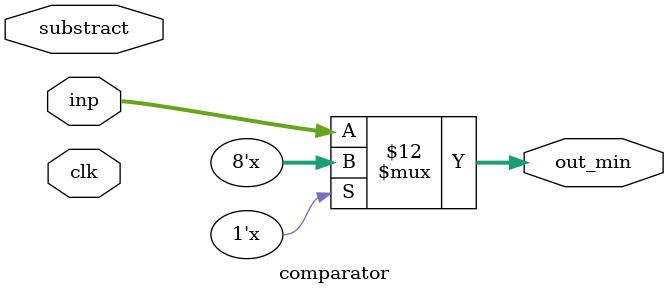
<source format=v>
module comparator
    #(parameter 
        DW = 8
    )
    (
        input wire [DW - 1: 0] inp,
        input wire substract,
	input wire clk,
        output reg [DW - 1: 0] out_min
    );
	//wire [DW - 1: 0] out_min_in;
       // wire [DW - 1: 0] out_max_in;


	reg [DW - 1: 0] max;
    	initial max=0;

    	always@(inp,max) begin
  	  if (inp > max) begin
		out_min <= max;
		max <= inp;
    	end 
	else begin
		out_min <= inp;
    	
    	end   
	end

      always @ (posedge clk) begin
	if (substract == 1'b1)begin // these lines do not play any effect
		max[DW-1] <= 0;	
	end
      end


	//assign out_min = out_min_in;
	//assign out_max = out_max_in;


endmodule


</source>
